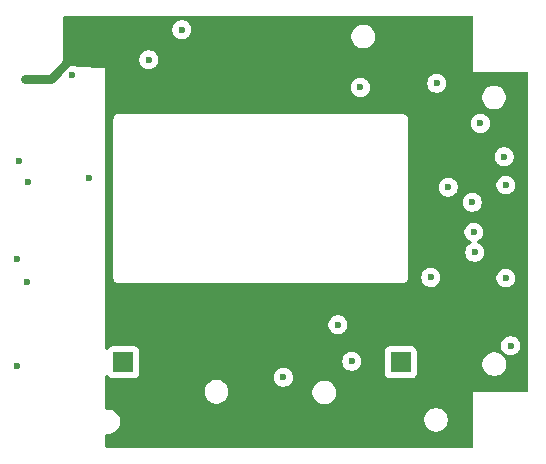
<source format=gbr>
%TF.GenerationSoftware,KiCad,Pcbnew,9.0.6*%
%TF.CreationDate,2025-12-26T20:18:00+00:00*%
%TF.ProjectId,PIDI-BOX-01-FRONTPANEL-1-3TE-A1,50494449-2d42-44f5-982d-30312d46524f,rev?*%
%TF.SameCoordinates,Original*%
%TF.FileFunction,Copper,L2,Inr*%
%TF.FilePolarity,Positive*%
%FSLAX46Y46*%
G04 Gerber Fmt 4.6, Leading zero omitted, Abs format (unit mm)*
G04 Created by KiCad (PCBNEW 9.0.6) date 2025-12-26 20:18:00*
%MOMM*%
%LPD*%
G01*
G04 APERTURE LIST*
%TA.AperFunction,ComponentPad*%
%ADD10R,1.700000X1.700000*%
%TD*%
%TA.AperFunction,ViaPad*%
%ADD11C,0.600000*%
%TD*%
%TA.AperFunction,ViaPad*%
%ADD12C,1.000000*%
%TD*%
%TA.AperFunction,Conductor*%
%ADD13C,0.800000*%
%TD*%
G04 APERTURE END LIST*
D10*
%TO.N,N/C*%
%TO.C,REF\u002A\u002A*%
X95275400Y-79476600D03*
%TD*%
%TO.N,N/C*%
%TO.C,REF\u002A\u002A*%
X118745000Y-79476600D03*
%TD*%
D11*
%TO.N,GND*%
X118575000Y-54800000D03*
D12*
X125225000Y-76100000D03*
X95224600Y-56819800D03*
D11*
X101567600Y-79317458D03*
X107035600Y-79372700D03*
X112344200Y-78155800D03*
X86950000Y-55500000D03*
D12*
X112445800Y-51181000D03*
D11*
%TO.N,BUT3G16*%
X121294600Y-72288400D03*
X87096600Y-72694800D03*
%TO.N,/BUT2*%
X86300000Y-70750000D03*
%TO.N,/BUT1*%
X86400000Y-62450000D03*
%TO.N,BUT2G25*%
X87223600Y-64211200D03*
X124950000Y-68450000D03*
X97409000Y-53863800D03*
X92354400Y-63881000D03*
%TO.N,+3.3V*%
X115341400Y-56201471D03*
X100217000Y-51308000D03*
X124815600Y-65930000D03*
%TO.N,BUT1G08*%
X125012500Y-70162500D03*
X90940100Y-55184900D03*
%TO.N,+5V*%
X125500000Y-59250000D03*
X128050000Y-78075000D03*
%TO.N,G9*%
X127660400Y-64465200D03*
X127660400Y-72339200D03*
%TO.N,Net-(U1-C_TR1)*%
X121800000Y-55850000D03*
X113436400Y-76301600D03*
%TO.N,G10*%
X114598350Y-79393950D03*
X127508000Y-62077600D03*
%TO.N,G17*%
X122783600Y-64643000D03*
X108825000Y-80746600D03*
%TO.N,/BUT3*%
X86225000Y-79800000D03*
%TD*%
D13*
%TO.N,GND*%
X86950000Y-55500000D02*
X89100000Y-55500000D01*
X89100000Y-55500000D02*
X90950000Y-53650000D01*
%TD*%
%TA.AperFunction,Conductor*%
%TO.N,GND*%
G36*
X124843039Y-50170185D02*
G01*
X124888794Y-50222989D01*
X124900000Y-50274500D01*
X124900000Y-54900000D01*
X129425500Y-54900000D01*
X129492539Y-54919685D01*
X129538294Y-54972489D01*
X129549500Y-55024000D01*
X129549500Y-81876000D01*
X129529815Y-81943039D01*
X129477011Y-81988794D01*
X129425500Y-82000000D01*
X124900000Y-82000000D01*
X124877971Y-86626090D01*
X124857967Y-86693035D01*
X124804946Y-86738538D01*
X124753972Y-86749500D01*
X93875400Y-86749500D01*
X93808361Y-86729815D01*
X93762606Y-86677011D01*
X93751400Y-86625500D01*
X93751400Y-85629625D01*
X93771085Y-85562586D01*
X93823889Y-85516831D01*
X93878168Y-85507790D01*
X93878168Y-85505898D01*
X94081342Y-85505898D01*
X94081343Y-85505897D01*
X94274635Y-85467449D01*
X94456714Y-85392030D01*
X94620580Y-85282538D01*
X94759938Y-85143180D01*
X94869430Y-84979314D01*
X94944849Y-84797235D01*
X94983298Y-84603940D01*
X94983298Y-84406860D01*
X94983298Y-84406857D01*
X94956584Y-84272560D01*
X94956584Y-84272559D01*
X94952983Y-84254455D01*
X120741902Y-84254455D01*
X120741902Y-84451544D01*
X120780349Y-84644827D01*
X120780352Y-84644839D01*
X120855766Y-84826907D01*
X120855773Y-84826920D01*
X120965261Y-84990779D01*
X120965264Y-84990783D01*
X121104616Y-85130135D01*
X121104620Y-85130138D01*
X121268479Y-85239626D01*
X121268492Y-85239633D01*
X121450560Y-85315047D01*
X121450565Y-85315049D01*
X121643855Y-85353497D01*
X121643858Y-85353498D01*
X121643860Y-85353498D01*
X121840942Y-85353498D01*
X121840943Y-85353497D01*
X122034235Y-85315049D01*
X122216314Y-85239630D01*
X122380180Y-85130138D01*
X122519538Y-84990780D01*
X122629030Y-84826914D01*
X122704449Y-84644835D01*
X122742898Y-84451540D01*
X122742898Y-84254460D01*
X122742898Y-84254457D01*
X122742897Y-84254455D01*
X122704450Y-84061172D01*
X122704449Y-84061165D01*
X122692153Y-84031479D01*
X122629033Y-83879092D01*
X122629026Y-83879079D01*
X122519538Y-83715220D01*
X122519535Y-83715216D01*
X122380183Y-83575864D01*
X122380179Y-83575861D01*
X122216320Y-83466373D01*
X122216307Y-83466366D01*
X122034239Y-83390952D01*
X122034227Y-83390949D01*
X121840943Y-83352502D01*
X121840940Y-83352502D01*
X121643860Y-83352502D01*
X121643857Y-83352502D01*
X121450572Y-83390949D01*
X121450560Y-83390952D01*
X121268492Y-83466366D01*
X121268479Y-83466373D01*
X121104620Y-83575861D01*
X121104616Y-83575864D01*
X120965264Y-83715216D01*
X120965261Y-83715220D01*
X120855773Y-83879079D01*
X120855766Y-83879092D01*
X120780352Y-84061160D01*
X120780349Y-84061172D01*
X120741902Y-84254455D01*
X94952983Y-84254455D01*
X94944850Y-84213572D01*
X94944849Y-84213565D01*
X94944847Y-84213560D01*
X94869433Y-84031492D01*
X94869426Y-84031479D01*
X94759938Y-83867620D01*
X94759935Y-83867616D01*
X94620583Y-83728264D01*
X94620579Y-83728261D01*
X94456720Y-83618773D01*
X94456707Y-83618766D01*
X94274639Y-83543352D01*
X94274627Y-83543349D01*
X94081343Y-83504902D01*
X94081340Y-83504902D01*
X93884260Y-83504902D01*
X93878168Y-83504902D01*
X93878168Y-83502802D01*
X93818883Y-83491546D01*
X93768184Y-83443469D01*
X93751400Y-83381174D01*
X93751400Y-81866855D01*
X102147702Y-81866855D01*
X102147702Y-82063944D01*
X102186149Y-82257227D01*
X102186152Y-82257239D01*
X102261566Y-82439307D01*
X102261573Y-82439320D01*
X102371061Y-82603179D01*
X102371064Y-82603183D01*
X102510416Y-82742535D01*
X102510420Y-82742538D01*
X102674279Y-82852026D01*
X102674292Y-82852033D01*
X102796936Y-82902833D01*
X102856365Y-82927449D01*
X103049655Y-82965897D01*
X103049658Y-82965898D01*
X103049660Y-82965898D01*
X103246742Y-82965898D01*
X103246743Y-82965897D01*
X103440035Y-82927449D01*
X103622114Y-82852030D01*
X103785980Y-82742538D01*
X103925338Y-82603180D01*
X104034830Y-82439314D01*
X104110249Y-82257235D01*
X104148698Y-82063940D01*
X104148698Y-81917655D01*
X111270302Y-81917655D01*
X111270302Y-82114744D01*
X111308749Y-82308027D01*
X111308752Y-82308039D01*
X111384166Y-82490107D01*
X111384173Y-82490120D01*
X111493661Y-82653979D01*
X111493664Y-82653983D01*
X111633016Y-82793335D01*
X111633020Y-82793338D01*
X111796879Y-82902826D01*
X111796892Y-82902833D01*
X111978960Y-82978247D01*
X111978965Y-82978249D01*
X112172255Y-83016697D01*
X112172258Y-83016698D01*
X112172260Y-83016698D01*
X112369342Y-83016698D01*
X112369343Y-83016697D01*
X112562635Y-82978249D01*
X112744714Y-82902830D01*
X112908580Y-82793338D01*
X113047938Y-82653980D01*
X113157430Y-82490114D01*
X113232849Y-82308035D01*
X113271298Y-82114740D01*
X113271298Y-81917660D01*
X113271298Y-81917657D01*
X113271297Y-81917655D01*
X113261193Y-81866860D01*
X113232849Y-81724365D01*
X113211805Y-81673560D01*
X113157433Y-81542292D01*
X113157426Y-81542279D01*
X113047938Y-81378420D01*
X113047935Y-81378416D01*
X112908583Y-81239064D01*
X112908579Y-81239061D01*
X112744720Y-81129573D01*
X112744707Y-81129566D01*
X112562639Y-81054152D01*
X112562627Y-81054149D01*
X112369343Y-81015702D01*
X112369340Y-81015702D01*
X112172260Y-81015702D01*
X112172257Y-81015702D01*
X111978972Y-81054149D01*
X111978960Y-81054152D01*
X111796892Y-81129566D01*
X111796879Y-81129573D01*
X111633020Y-81239061D01*
X111633016Y-81239064D01*
X111493664Y-81378416D01*
X111493661Y-81378420D01*
X111384173Y-81542279D01*
X111384166Y-81542292D01*
X111308752Y-81724360D01*
X111308749Y-81724372D01*
X111270302Y-81917655D01*
X104148698Y-81917655D01*
X104148698Y-81866860D01*
X104148698Y-81866857D01*
X104148697Y-81866855D01*
X104110250Y-81673572D01*
X104110249Y-81673565D01*
X104057866Y-81547100D01*
X104034833Y-81491492D01*
X104034826Y-81491479D01*
X103925338Y-81327620D01*
X103925335Y-81327616D01*
X103785983Y-81188264D01*
X103785979Y-81188261D01*
X103622120Y-81078773D01*
X103622107Y-81078766D01*
X103440039Y-81003352D01*
X103440027Y-81003349D01*
X103246743Y-80964902D01*
X103246740Y-80964902D01*
X103049660Y-80964902D01*
X103049657Y-80964902D01*
X102856372Y-81003349D01*
X102856360Y-81003352D01*
X102674292Y-81078766D01*
X102674279Y-81078773D01*
X102510420Y-81188261D01*
X102510416Y-81188264D01*
X102371064Y-81327616D01*
X102371061Y-81327620D01*
X102261573Y-81491479D01*
X102261566Y-81491492D01*
X102186152Y-81673560D01*
X102186149Y-81673572D01*
X102147702Y-81866855D01*
X93751400Y-81866855D01*
X93751400Y-80633171D01*
X93771085Y-80566132D01*
X93823889Y-80520377D01*
X93893047Y-80510433D01*
X93956603Y-80539458D01*
X93975254Y-80562604D01*
X93976288Y-80561831D01*
X94067852Y-80684144D01*
X94067855Y-80684147D01*
X94183064Y-80770393D01*
X94183071Y-80770397D01*
X94317917Y-80820691D01*
X94317916Y-80820691D01*
X94324844Y-80821435D01*
X94377527Y-80827100D01*
X96173272Y-80827099D01*
X96232883Y-80820691D01*
X96367731Y-80770396D01*
X96482946Y-80684146D01*
X96495218Y-80667753D01*
X108024500Y-80667753D01*
X108024500Y-80825446D01*
X108055261Y-80980089D01*
X108055264Y-80980101D01*
X108115602Y-81125772D01*
X108115609Y-81125785D01*
X108203210Y-81256888D01*
X108203213Y-81256892D01*
X108314707Y-81368386D01*
X108314711Y-81368389D01*
X108445814Y-81455990D01*
X108445827Y-81455997D01*
X108531521Y-81491492D01*
X108591503Y-81516337D01*
X108721957Y-81542286D01*
X108746153Y-81547099D01*
X108746156Y-81547100D01*
X108746158Y-81547100D01*
X108903844Y-81547100D01*
X108903845Y-81547099D01*
X109058497Y-81516337D01*
X109204179Y-81455994D01*
X109335289Y-81368389D01*
X109446789Y-81256889D01*
X109534394Y-81125779D01*
X109594737Y-80980097D01*
X109625500Y-80825442D01*
X109625500Y-80667758D01*
X109625500Y-80667755D01*
X109625499Y-80667753D01*
X109617094Y-80625497D01*
X109594737Y-80513103D01*
X109562006Y-80434082D01*
X109534397Y-80367427D01*
X109534390Y-80367414D01*
X109446789Y-80236311D01*
X109446786Y-80236307D01*
X109335292Y-80124813D01*
X109335288Y-80124810D01*
X109204185Y-80037209D01*
X109204172Y-80037202D01*
X109058501Y-79976864D01*
X109058489Y-79976861D01*
X108903845Y-79946100D01*
X108903842Y-79946100D01*
X108746158Y-79946100D01*
X108746155Y-79946100D01*
X108591510Y-79976861D01*
X108591498Y-79976864D01*
X108445827Y-80037202D01*
X108445814Y-80037209D01*
X108314711Y-80124810D01*
X108314707Y-80124813D01*
X108203213Y-80236307D01*
X108203210Y-80236311D01*
X108115609Y-80367414D01*
X108115602Y-80367427D01*
X108055264Y-80513098D01*
X108055261Y-80513110D01*
X108024500Y-80667753D01*
X96495218Y-80667753D01*
X96555405Y-80587354D01*
X96555406Y-80587353D01*
X96562126Y-80578374D01*
X96569196Y-80568931D01*
X96619491Y-80434083D01*
X96625900Y-80374473D01*
X96625899Y-79315103D01*
X113797850Y-79315103D01*
X113797850Y-79472796D01*
X113828611Y-79627439D01*
X113828614Y-79627451D01*
X113888952Y-79773122D01*
X113888959Y-79773135D01*
X113976560Y-79904238D01*
X113976563Y-79904242D01*
X114088057Y-80015736D01*
X114088061Y-80015739D01*
X114219164Y-80103340D01*
X114219177Y-80103347D01*
X114364848Y-80163685D01*
X114364853Y-80163687D01*
X114519503Y-80194449D01*
X114519506Y-80194450D01*
X114519508Y-80194450D01*
X114677194Y-80194450D01*
X114677195Y-80194449D01*
X114831847Y-80163687D01*
X114977529Y-80103344D01*
X115108639Y-80015739D01*
X115220139Y-79904239D01*
X115307744Y-79773129D01*
X115368087Y-79627447D01*
X115398850Y-79472792D01*
X115398850Y-79315108D01*
X115398850Y-79315105D01*
X115398849Y-79315103D01*
X115368088Y-79160460D01*
X115368087Y-79160453D01*
X115364204Y-79151079D01*
X115307747Y-79014777D01*
X115307740Y-79014764D01*
X115220139Y-78883661D01*
X115220136Y-78883657D01*
X115108642Y-78772163D01*
X115108638Y-78772160D01*
X114977529Y-78684555D01*
X114831851Y-78624214D01*
X114831839Y-78624211D01*
X114677195Y-78593450D01*
X114677192Y-78593450D01*
X114519508Y-78593450D01*
X114519505Y-78593450D01*
X114364860Y-78624211D01*
X114364848Y-78624214D01*
X114219177Y-78684552D01*
X114219164Y-78684559D01*
X114088061Y-78772160D01*
X114088057Y-78772163D01*
X113976563Y-78883657D01*
X113976560Y-78883661D01*
X113888959Y-79014764D01*
X113888952Y-79014777D01*
X113828614Y-79160448D01*
X113828611Y-79160460D01*
X113797850Y-79315103D01*
X96625899Y-79315103D01*
X96625899Y-78578735D01*
X117394500Y-78578735D01*
X117394500Y-80374470D01*
X117394501Y-80374476D01*
X117400908Y-80434083D01*
X117451202Y-80568928D01*
X117451206Y-80568935D01*
X117537452Y-80684144D01*
X117537455Y-80684147D01*
X117652664Y-80770393D01*
X117652671Y-80770397D01*
X117787517Y-80820691D01*
X117787516Y-80820691D01*
X117794444Y-80821435D01*
X117847127Y-80827100D01*
X119642872Y-80827099D01*
X119702483Y-80820691D01*
X119837331Y-80770396D01*
X119952546Y-80684146D01*
X120038796Y-80568931D01*
X120089091Y-80434083D01*
X120095500Y-80374473D01*
X120095499Y-79526455D01*
X125671902Y-79526455D01*
X125671902Y-79723544D01*
X125710349Y-79916827D01*
X125710352Y-79916839D01*
X125785766Y-80098907D01*
X125785773Y-80098920D01*
X125895261Y-80262779D01*
X125895264Y-80262783D01*
X126034616Y-80402135D01*
X126034620Y-80402138D01*
X126198479Y-80511626D01*
X126198492Y-80511633D01*
X126380560Y-80587047D01*
X126380565Y-80587049D01*
X126573855Y-80625497D01*
X126573858Y-80625498D01*
X126573860Y-80625498D01*
X126770942Y-80625498D01*
X126770943Y-80625497D01*
X126964235Y-80587049D01*
X127146314Y-80511630D01*
X127310180Y-80402138D01*
X127449538Y-80262780D01*
X127559030Y-80098914D01*
X127634449Y-79916835D01*
X127672898Y-79723540D01*
X127672898Y-79526460D01*
X127672898Y-79526457D01*
X127672897Y-79526455D01*
X127671686Y-79520368D01*
X127634449Y-79333165D01*
X127562908Y-79160448D01*
X127559033Y-79151092D01*
X127559026Y-79151079D01*
X127449538Y-78987220D01*
X127449535Y-78987216D01*
X127310183Y-78847864D01*
X127310179Y-78847861D01*
X127146320Y-78738373D01*
X127146307Y-78738366D01*
X126964239Y-78662952D01*
X126964227Y-78662949D01*
X126770943Y-78624502D01*
X126770940Y-78624502D01*
X126573860Y-78624502D01*
X126573857Y-78624502D01*
X126380572Y-78662949D01*
X126380560Y-78662952D01*
X126198492Y-78738366D01*
X126198479Y-78738373D01*
X126034620Y-78847861D01*
X126034616Y-78847864D01*
X125895264Y-78987216D01*
X125895261Y-78987220D01*
X125785773Y-79151079D01*
X125785766Y-79151092D01*
X125710352Y-79333160D01*
X125710349Y-79333172D01*
X125671902Y-79526455D01*
X120095499Y-79526455D01*
X120095499Y-79472796D01*
X120095499Y-78578729D01*
X120095498Y-78578723D01*
X120095497Y-78578716D01*
X120089091Y-78519117D01*
X120060966Y-78443711D01*
X120038797Y-78384271D01*
X120038793Y-78384264D01*
X119952547Y-78269055D01*
X119952544Y-78269052D01*
X119837335Y-78182806D01*
X119837328Y-78182802D01*
X119702482Y-78132508D01*
X119702483Y-78132508D01*
X119642883Y-78126101D01*
X119642881Y-78126100D01*
X119642873Y-78126100D01*
X119642864Y-78126100D01*
X117847129Y-78126100D01*
X117847123Y-78126101D01*
X117787516Y-78132508D01*
X117652671Y-78182802D01*
X117652664Y-78182806D01*
X117537455Y-78269052D01*
X117537452Y-78269055D01*
X117451206Y-78384264D01*
X117451202Y-78384271D01*
X117400908Y-78519117D01*
X117394501Y-78578716D01*
X117394501Y-78578723D01*
X117394500Y-78578735D01*
X96625899Y-78578735D01*
X96625899Y-78578728D01*
X96619491Y-78519117D01*
X96591366Y-78443711D01*
X96569197Y-78384271D01*
X96569193Y-78384264D01*
X96482947Y-78269055D01*
X96482944Y-78269052D01*
X96367735Y-78182806D01*
X96367728Y-78182802D01*
X96232882Y-78132508D01*
X96232883Y-78132508D01*
X96173283Y-78126101D01*
X96173281Y-78126100D01*
X96173273Y-78126100D01*
X96173264Y-78126100D01*
X94377529Y-78126100D01*
X94377523Y-78126101D01*
X94317916Y-78132508D01*
X94183071Y-78182802D01*
X94183064Y-78182806D01*
X94067855Y-78269052D01*
X94067852Y-78269055D01*
X93976288Y-78391369D01*
X93974018Y-78389670D01*
X93934820Y-78428864D01*
X93866546Y-78443711D01*
X93801083Y-78419290D01*
X93759215Y-78363354D01*
X93751400Y-78320028D01*
X93751400Y-77996153D01*
X127249500Y-77996153D01*
X127249500Y-78153846D01*
X127280261Y-78308489D01*
X127280264Y-78308501D01*
X127340602Y-78454172D01*
X127340609Y-78454185D01*
X127428210Y-78585288D01*
X127428213Y-78585292D01*
X127539707Y-78696786D01*
X127539711Y-78696789D01*
X127670814Y-78784390D01*
X127670827Y-78784397D01*
X127816498Y-78844735D01*
X127816503Y-78844737D01*
X127971153Y-78875499D01*
X127971156Y-78875500D01*
X127971158Y-78875500D01*
X128128844Y-78875500D01*
X128128845Y-78875499D01*
X128283497Y-78844737D01*
X128429179Y-78784394D01*
X128560289Y-78696789D01*
X128671789Y-78585289D01*
X128759394Y-78454179D01*
X128819737Y-78308497D01*
X128850500Y-78153842D01*
X128850500Y-77996158D01*
X128850500Y-77996155D01*
X128850499Y-77996153D01*
X128819738Y-77841510D01*
X128819737Y-77841503D01*
X128819735Y-77841498D01*
X128759397Y-77695827D01*
X128759390Y-77695814D01*
X128671789Y-77564711D01*
X128671786Y-77564707D01*
X128560292Y-77453213D01*
X128560288Y-77453210D01*
X128429185Y-77365609D01*
X128429172Y-77365602D01*
X128283501Y-77305264D01*
X128283489Y-77305261D01*
X128128845Y-77274500D01*
X128128842Y-77274500D01*
X127971158Y-77274500D01*
X127971155Y-77274500D01*
X127816510Y-77305261D01*
X127816498Y-77305264D01*
X127670827Y-77365602D01*
X127670814Y-77365609D01*
X127539711Y-77453210D01*
X127539707Y-77453213D01*
X127428213Y-77564707D01*
X127428210Y-77564711D01*
X127340609Y-77695814D01*
X127340602Y-77695827D01*
X127280264Y-77841498D01*
X127280261Y-77841510D01*
X127249500Y-77996153D01*
X93751400Y-77996153D01*
X93751400Y-76222753D01*
X112635900Y-76222753D01*
X112635900Y-76380446D01*
X112666661Y-76535089D01*
X112666664Y-76535101D01*
X112727002Y-76680772D01*
X112727009Y-76680785D01*
X112814610Y-76811888D01*
X112814613Y-76811892D01*
X112926107Y-76923386D01*
X112926111Y-76923389D01*
X113057214Y-77010990D01*
X113057227Y-77010997D01*
X113202898Y-77071335D01*
X113202903Y-77071337D01*
X113357553Y-77102099D01*
X113357556Y-77102100D01*
X113357558Y-77102100D01*
X113515244Y-77102100D01*
X113515245Y-77102099D01*
X113669897Y-77071337D01*
X113815579Y-77010994D01*
X113946689Y-76923389D01*
X114058189Y-76811889D01*
X114145794Y-76680779D01*
X114206137Y-76535097D01*
X114236900Y-76380442D01*
X114236900Y-76222758D01*
X114236900Y-76222755D01*
X114236899Y-76222753D01*
X114206138Y-76068110D01*
X114206137Y-76068103D01*
X114206135Y-76068098D01*
X114145797Y-75922427D01*
X114145790Y-75922414D01*
X114058189Y-75791311D01*
X114058186Y-75791307D01*
X113946692Y-75679813D01*
X113946688Y-75679810D01*
X113815585Y-75592209D01*
X113815572Y-75592202D01*
X113669901Y-75531864D01*
X113669889Y-75531861D01*
X113515245Y-75501100D01*
X113515242Y-75501100D01*
X113357558Y-75501100D01*
X113357555Y-75501100D01*
X113202910Y-75531861D01*
X113202898Y-75531864D01*
X113057227Y-75592202D01*
X113057214Y-75592209D01*
X112926111Y-75679810D01*
X112926107Y-75679813D01*
X112814613Y-75791307D01*
X112814610Y-75791311D01*
X112727009Y-75922414D01*
X112727002Y-75922427D01*
X112666664Y-76068098D01*
X112666661Y-76068110D01*
X112635900Y-76222753D01*
X93751400Y-76222753D01*
X93751400Y-58882908D01*
X94404900Y-58882908D01*
X94404900Y-72328891D01*
X94439008Y-72456187D01*
X94471954Y-72513250D01*
X94504900Y-72570314D01*
X94598086Y-72663500D01*
X94712214Y-72729392D01*
X94839508Y-72763500D01*
X94839510Y-72763500D01*
X118929890Y-72763500D01*
X118929892Y-72763500D01*
X119057186Y-72729392D01*
X119171314Y-72663500D01*
X119264500Y-72570314D01*
X119330392Y-72456186D01*
X119364500Y-72328892D01*
X119364500Y-72209553D01*
X120494100Y-72209553D01*
X120494100Y-72367246D01*
X120524861Y-72521889D01*
X120524864Y-72521901D01*
X120585202Y-72667572D01*
X120585209Y-72667585D01*
X120672810Y-72798688D01*
X120672813Y-72798692D01*
X120784307Y-72910186D01*
X120784311Y-72910189D01*
X120915414Y-72997790D01*
X120915427Y-72997797D01*
X121038054Y-73048590D01*
X121061103Y-73058137D01*
X121215753Y-73088899D01*
X121215756Y-73088900D01*
X121215758Y-73088900D01*
X121373444Y-73088900D01*
X121373445Y-73088899D01*
X121528097Y-73058137D01*
X121673779Y-72997794D01*
X121804889Y-72910189D01*
X121916389Y-72798689D01*
X122003994Y-72667579D01*
X122064337Y-72521897D01*
X122095100Y-72367242D01*
X122095100Y-72260353D01*
X126859900Y-72260353D01*
X126859900Y-72418046D01*
X126890661Y-72572689D01*
X126890664Y-72572701D01*
X126951002Y-72718372D01*
X126951009Y-72718385D01*
X127038610Y-72849488D01*
X127038613Y-72849492D01*
X127150107Y-72960986D01*
X127150111Y-72960989D01*
X127281214Y-73048590D01*
X127281227Y-73048597D01*
X127378529Y-73088900D01*
X127426903Y-73108937D01*
X127581553Y-73139699D01*
X127581556Y-73139700D01*
X127581558Y-73139700D01*
X127739244Y-73139700D01*
X127739245Y-73139699D01*
X127893897Y-73108937D01*
X128039579Y-73048594D01*
X128170689Y-72960989D01*
X128282189Y-72849489D01*
X128369794Y-72718379D01*
X128430137Y-72572697D01*
X128460900Y-72418042D01*
X128460900Y-72260358D01*
X128460900Y-72260355D01*
X128460899Y-72260353D01*
X128450795Y-72209558D01*
X128430137Y-72105703D01*
X128409093Y-72054898D01*
X128369797Y-71960027D01*
X128369790Y-71960014D01*
X128282189Y-71828911D01*
X128282186Y-71828907D01*
X128170692Y-71717413D01*
X128170688Y-71717410D01*
X128039585Y-71629809D01*
X128039572Y-71629802D01*
X127893901Y-71569464D01*
X127893889Y-71569461D01*
X127739245Y-71538700D01*
X127739242Y-71538700D01*
X127581558Y-71538700D01*
X127581555Y-71538700D01*
X127426910Y-71569461D01*
X127426898Y-71569464D01*
X127281227Y-71629802D01*
X127281214Y-71629809D01*
X127150111Y-71717410D01*
X127150107Y-71717413D01*
X127038613Y-71828907D01*
X127038610Y-71828911D01*
X126951009Y-71960014D01*
X126951002Y-71960027D01*
X126890664Y-72105698D01*
X126890661Y-72105710D01*
X126859900Y-72260353D01*
X122095100Y-72260353D01*
X122095100Y-72209558D01*
X122095100Y-72209555D01*
X122095099Y-72209553D01*
X122064338Y-72054910D01*
X122064337Y-72054903D01*
X122064335Y-72054898D01*
X122003997Y-71909227D01*
X122003990Y-71909214D01*
X121916389Y-71778111D01*
X121916386Y-71778107D01*
X121804892Y-71666613D01*
X121804888Y-71666610D01*
X121673785Y-71579009D01*
X121673772Y-71579002D01*
X121528101Y-71518664D01*
X121528089Y-71518661D01*
X121373445Y-71487900D01*
X121373442Y-71487900D01*
X121215758Y-71487900D01*
X121215755Y-71487900D01*
X121061110Y-71518661D01*
X121061098Y-71518664D01*
X120915427Y-71579002D01*
X120915414Y-71579009D01*
X120784311Y-71666610D01*
X120784307Y-71666613D01*
X120672813Y-71778107D01*
X120672810Y-71778111D01*
X120585209Y-71909214D01*
X120585202Y-71909227D01*
X120524864Y-72054898D01*
X120524861Y-72054910D01*
X120494100Y-72209553D01*
X119364500Y-72209553D01*
X119364500Y-68371153D01*
X124149500Y-68371153D01*
X124149500Y-68528846D01*
X124180261Y-68683489D01*
X124180264Y-68683501D01*
X124240602Y-68829172D01*
X124240609Y-68829185D01*
X124328210Y-68960288D01*
X124328213Y-68960292D01*
X124439707Y-69071786D01*
X124439711Y-69071789D01*
X124570814Y-69159390D01*
X124570827Y-69159397D01*
X124680037Y-69204633D01*
X124734441Y-69248474D01*
X124756506Y-69314768D01*
X124739227Y-69382467D01*
X124688090Y-69430078D01*
X124680038Y-69433755D01*
X124633323Y-69453104D01*
X124633314Y-69453109D01*
X124502211Y-69540710D01*
X124502207Y-69540713D01*
X124390713Y-69652207D01*
X124390710Y-69652211D01*
X124303109Y-69783314D01*
X124303102Y-69783327D01*
X124242764Y-69928998D01*
X124242761Y-69929010D01*
X124212000Y-70083653D01*
X124212000Y-70241346D01*
X124242761Y-70395989D01*
X124242764Y-70396001D01*
X124303102Y-70541672D01*
X124303109Y-70541685D01*
X124390710Y-70672788D01*
X124390713Y-70672792D01*
X124502207Y-70784286D01*
X124502211Y-70784289D01*
X124633314Y-70871890D01*
X124633327Y-70871897D01*
X124778998Y-70932235D01*
X124779003Y-70932237D01*
X124933653Y-70962999D01*
X124933656Y-70963000D01*
X124933658Y-70963000D01*
X125091344Y-70963000D01*
X125091345Y-70962999D01*
X125245997Y-70932237D01*
X125391679Y-70871894D01*
X125522789Y-70784289D01*
X125634289Y-70672789D01*
X125721894Y-70541679D01*
X125782237Y-70395997D01*
X125813000Y-70241342D01*
X125813000Y-70083658D01*
X125813000Y-70083655D01*
X125812999Y-70083653D01*
X125782238Y-69929010D01*
X125782237Y-69929003D01*
X125782235Y-69928998D01*
X125721897Y-69783327D01*
X125721890Y-69783314D01*
X125634289Y-69652211D01*
X125634286Y-69652207D01*
X125522792Y-69540713D01*
X125522788Y-69540710D01*
X125391685Y-69453109D01*
X125391675Y-69453104D01*
X125282461Y-69407866D01*
X125228058Y-69364025D01*
X125205993Y-69297731D01*
X125223272Y-69230031D01*
X125274410Y-69182421D01*
X125282444Y-69178752D01*
X125329179Y-69159394D01*
X125460289Y-69071789D01*
X125571789Y-68960289D01*
X125659394Y-68829179D01*
X125719737Y-68683497D01*
X125750500Y-68528842D01*
X125750500Y-68371158D01*
X125750500Y-68371155D01*
X125750499Y-68371153D01*
X125719738Y-68216510D01*
X125719737Y-68216503D01*
X125719735Y-68216498D01*
X125659397Y-68070827D01*
X125659390Y-68070814D01*
X125571789Y-67939711D01*
X125571786Y-67939707D01*
X125460292Y-67828213D01*
X125460288Y-67828210D01*
X125329185Y-67740609D01*
X125329172Y-67740602D01*
X125183501Y-67680264D01*
X125183489Y-67680261D01*
X125028845Y-67649500D01*
X125028842Y-67649500D01*
X124871158Y-67649500D01*
X124871155Y-67649500D01*
X124716510Y-67680261D01*
X124716498Y-67680264D01*
X124570827Y-67740602D01*
X124570814Y-67740609D01*
X124439711Y-67828210D01*
X124439707Y-67828213D01*
X124328213Y-67939707D01*
X124328210Y-67939711D01*
X124240609Y-68070814D01*
X124240602Y-68070827D01*
X124180264Y-68216498D01*
X124180261Y-68216510D01*
X124149500Y-68371153D01*
X119364500Y-68371153D01*
X119364500Y-65851153D01*
X124015100Y-65851153D01*
X124015100Y-66008846D01*
X124045861Y-66163489D01*
X124045864Y-66163501D01*
X124106202Y-66309172D01*
X124106209Y-66309185D01*
X124193810Y-66440288D01*
X124193813Y-66440292D01*
X124305307Y-66551786D01*
X124305311Y-66551789D01*
X124436414Y-66639390D01*
X124436427Y-66639397D01*
X124582098Y-66699735D01*
X124582103Y-66699737D01*
X124736753Y-66730499D01*
X124736756Y-66730500D01*
X124736758Y-66730500D01*
X124894444Y-66730500D01*
X124894445Y-66730499D01*
X125049097Y-66699737D01*
X125194779Y-66639394D01*
X125325889Y-66551789D01*
X125437389Y-66440289D01*
X125524994Y-66309179D01*
X125585337Y-66163497D01*
X125616100Y-66008842D01*
X125616100Y-65851158D01*
X125616100Y-65851155D01*
X125616099Y-65851153D01*
X125585338Y-65696510D01*
X125585337Y-65696503D01*
X125585335Y-65696498D01*
X125524997Y-65550827D01*
X125524990Y-65550814D01*
X125437389Y-65419711D01*
X125437386Y-65419707D01*
X125325892Y-65308213D01*
X125325888Y-65308210D01*
X125194785Y-65220609D01*
X125194772Y-65220602D01*
X125049101Y-65160264D01*
X125049089Y-65160261D01*
X124894445Y-65129500D01*
X124894442Y-65129500D01*
X124736758Y-65129500D01*
X124736755Y-65129500D01*
X124582110Y-65160261D01*
X124582098Y-65160264D01*
X124436427Y-65220602D01*
X124436414Y-65220609D01*
X124305311Y-65308210D01*
X124305307Y-65308213D01*
X124193813Y-65419707D01*
X124193810Y-65419711D01*
X124106209Y-65550814D01*
X124106202Y-65550827D01*
X124045864Y-65696498D01*
X124045861Y-65696510D01*
X124015100Y-65851153D01*
X119364500Y-65851153D01*
X119364500Y-64564153D01*
X121983100Y-64564153D01*
X121983100Y-64721846D01*
X122013861Y-64876489D01*
X122013864Y-64876501D01*
X122074202Y-65022172D01*
X122074209Y-65022185D01*
X122161810Y-65153288D01*
X122161813Y-65153292D01*
X122273307Y-65264786D01*
X122273311Y-65264789D01*
X122404414Y-65352390D01*
X122404427Y-65352397D01*
X122550098Y-65412735D01*
X122550103Y-65412737D01*
X122704753Y-65443499D01*
X122704756Y-65443500D01*
X122704758Y-65443500D01*
X122862444Y-65443500D01*
X122862445Y-65443499D01*
X123017097Y-65412737D01*
X123162779Y-65352394D01*
X123293889Y-65264789D01*
X123405389Y-65153289D01*
X123492994Y-65022179D01*
X123553337Y-64876497D01*
X123584100Y-64721842D01*
X123584100Y-64564158D01*
X123584100Y-64564155D01*
X123584099Y-64564153D01*
X123553339Y-64409512D01*
X123553338Y-64409509D01*
X123553337Y-64409503D01*
X123543748Y-64386353D01*
X126859900Y-64386353D01*
X126859900Y-64544046D01*
X126890661Y-64698689D01*
X126890664Y-64698701D01*
X126951002Y-64844372D01*
X126951009Y-64844385D01*
X127038610Y-64975488D01*
X127038613Y-64975492D01*
X127150107Y-65086986D01*
X127150111Y-65086989D01*
X127281214Y-65174590D01*
X127281227Y-65174597D01*
X127426898Y-65234935D01*
X127426903Y-65234937D01*
X127576963Y-65264786D01*
X127581553Y-65265699D01*
X127581556Y-65265700D01*
X127581558Y-65265700D01*
X127739244Y-65265700D01*
X127739245Y-65265699D01*
X127893897Y-65234937D01*
X128039579Y-65174594D01*
X128170689Y-65086989D01*
X128282189Y-64975489D01*
X128369794Y-64844379D01*
X128430137Y-64698697D01*
X128460900Y-64544042D01*
X128460900Y-64386358D01*
X128460900Y-64386355D01*
X128460899Y-64386353D01*
X128436527Y-64263827D01*
X128430137Y-64231703D01*
X128430135Y-64231698D01*
X128369797Y-64086027D01*
X128369790Y-64086014D01*
X128282189Y-63954911D01*
X128282186Y-63954907D01*
X128170692Y-63843413D01*
X128170688Y-63843410D01*
X128039585Y-63755809D01*
X128039572Y-63755802D01*
X127893901Y-63695464D01*
X127893889Y-63695461D01*
X127739245Y-63664700D01*
X127739242Y-63664700D01*
X127581558Y-63664700D01*
X127581555Y-63664700D01*
X127426910Y-63695461D01*
X127426898Y-63695464D01*
X127281227Y-63755802D01*
X127281214Y-63755809D01*
X127150111Y-63843410D01*
X127150107Y-63843413D01*
X127038613Y-63954907D01*
X127038610Y-63954911D01*
X126951009Y-64086014D01*
X126951002Y-64086027D01*
X126890664Y-64231698D01*
X126890661Y-64231710D01*
X126859900Y-64386353D01*
X123543748Y-64386353D01*
X123492997Y-64263827D01*
X123492990Y-64263814D01*
X123405389Y-64132711D01*
X123405386Y-64132707D01*
X123293892Y-64021213D01*
X123293888Y-64021210D01*
X123162785Y-63933609D01*
X123162772Y-63933602D01*
X123017101Y-63873264D01*
X123017089Y-63873261D01*
X122862445Y-63842500D01*
X122862442Y-63842500D01*
X122704758Y-63842500D01*
X122704755Y-63842500D01*
X122550110Y-63873261D01*
X122550098Y-63873264D01*
X122404427Y-63933602D01*
X122404414Y-63933609D01*
X122273311Y-64021210D01*
X122273307Y-64021213D01*
X122161813Y-64132707D01*
X122161810Y-64132711D01*
X122074209Y-64263814D01*
X122074202Y-64263827D01*
X122013864Y-64409498D01*
X122013861Y-64409510D01*
X121983100Y-64564153D01*
X119364500Y-64564153D01*
X119364500Y-61998753D01*
X126707500Y-61998753D01*
X126707500Y-62156446D01*
X126738261Y-62311089D01*
X126738264Y-62311101D01*
X126798602Y-62456772D01*
X126798609Y-62456785D01*
X126886210Y-62587888D01*
X126886213Y-62587892D01*
X126997707Y-62699386D01*
X126997711Y-62699389D01*
X127128814Y-62786990D01*
X127128827Y-62786997D01*
X127274498Y-62847335D01*
X127274503Y-62847337D01*
X127429153Y-62878099D01*
X127429156Y-62878100D01*
X127429158Y-62878100D01*
X127586844Y-62878100D01*
X127586845Y-62878099D01*
X127741497Y-62847337D01*
X127887179Y-62786994D01*
X128018289Y-62699389D01*
X128129789Y-62587889D01*
X128217394Y-62456779D01*
X128277737Y-62311097D01*
X128308500Y-62156442D01*
X128308500Y-61998758D01*
X128308500Y-61998755D01*
X128308499Y-61998753D01*
X128277738Y-61844110D01*
X128277737Y-61844103D01*
X128277735Y-61844098D01*
X128217397Y-61698427D01*
X128217390Y-61698414D01*
X128129789Y-61567311D01*
X128129786Y-61567307D01*
X128018292Y-61455813D01*
X128018288Y-61455810D01*
X127887185Y-61368209D01*
X127887172Y-61368202D01*
X127741501Y-61307864D01*
X127741489Y-61307861D01*
X127586845Y-61277100D01*
X127586842Y-61277100D01*
X127429158Y-61277100D01*
X127429155Y-61277100D01*
X127274510Y-61307861D01*
X127274498Y-61307864D01*
X127128827Y-61368202D01*
X127128814Y-61368209D01*
X126997711Y-61455810D01*
X126997707Y-61455813D01*
X126886213Y-61567307D01*
X126886210Y-61567311D01*
X126798609Y-61698414D01*
X126798602Y-61698427D01*
X126738264Y-61844098D01*
X126738261Y-61844110D01*
X126707500Y-61998753D01*
X119364500Y-61998753D01*
X119364500Y-59171153D01*
X124699500Y-59171153D01*
X124699500Y-59328846D01*
X124730261Y-59483489D01*
X124730264Y-59483501D01*
X124790602Y-59629172D01*
X124790609Y-59629185D01*
X124878210Y-59760288D01*
X124878213Y-59760292D01*
X124989707Y-59871786D01*
X124989711Y-59871789D01*
X125120814Y-59959390D01*
X125120827Y-59959397D01*
X125266498Y-60019735D01*
X125266503Y-60019737D01*
X125421153Y-60050499D01*
X125421156Y-60050500D01*
X125421158Y-60050500D01*
X125578844Y-60050500D01*
X125578845Y-60050499D01*
X125733497Y-60019737D01*
X125879179Y-59959394D01*
X126010289Y-59871789D01*
X126121789Y-59760289D01*
X126209394Y-59629179D01*
X126269737Y-59483497D01*
X126300500Y-59328842D01*
X126300500Y-59171158D01*
X126300500Y-59171155D01*
X126300499Y-59171153D01*
X126269738Y-59016510D01*
X126269737Y-59016503D01*
X126269735Y-59016498D01*
X126209397Y-58870827D01*
X126209390Y-58870814D01*
X126121789Y-58739711D01*
X126121786Y-58739707D01*
X126010292Y-58628213D01*
X126010288Y-58628210D01*
X125879185Y-58540609D01*
X125879172Y-58540602D01*
X125733501Y-58480264D01*
X125733489Y-58480261D01*
X125578845Y-58449500D01*
X125578842Y-58449500D01*
X125421158Y-58449500D01*
X125421155Y-58449500D01*
X125266510Y-58480261D01*
X125266498Y-58480264D01*
X125120827Y-58540602D01*
X125120814Y-58540609D01*
X124989711Y-58628210D01*
X124989707Y-58628213D01*
X124878213Y-58739707D01*
X124878210Y-58739711D01*
X124790609Y-58870814D01*
X124790602Y-58870827D01*
X124730264Y-59016498D01*
X124730261Y-59016510D01*
X124699500Y-59171153D01*
X119364500Y-59171153D01*
X119364500Y-58882908D01*
X119330392Y-58755614D01*
X119264500Y-58641486D01*
X119171314Y-58548300D01*
X119114250Y-58515354D01*
X119057187Y-58482408D01*
X118993539Y-58465354D01*
X118929892Y-58448300D01*
X94971292Y-58448300D01*
X94839508Y-58448300D01*
X94712212Y-58482408D01*
X94598086Y-58548300D01*
X94598083Y-58548302D01*
X94504902Y-58641483D01*
X94504900Y-58641486D01*
X94439008Y-58755612D01*
X94404900Y-58882908D01*
X93751400Y-58882908D01*
X93751400Y-56122624D01*
X114540900Y-56122624D01*
X114540900Y-56280317D01*
X114571661Y-56434960D01*
X114571664Y-56434972D01*
X114632002Y-56580643D01*
X114632009Y-56580656D01*
X114719610Y-56711759D01*
X114719613Y-56711763D01*
X114831107Y-56823257D01*
X114831111Y-56823260D01*
X114962214Y-56910861D01*
X114962227Y-56910868D01*
X115107898Y-56971206D01*
X115107903Y-56971208D01*
X115262553Y-57001970D01*
X115262556Y-57001971D01*
X115262558Y-57001971D01*
X115420244Y-57001971D01*
X115420245Y-57001970D01*
X115574897Y-56971208D01*
X115622585Y-56951455D01*
X125649502Y-56951455D01*
X125649502Y-57148544D01*
X125687949Y-57341827D01*
X125687952Y-57341839D01*
X125763366Y-57523907D01*
X125763373Y-57523920D01*
X125872861Y-57687779D01*
X125872864Y-57687783D01*
X126012216Y-57827135D01*
X126012220Y-57827138D01*
X126176079Y-57936626D01*
X126176092Y-57936633D01*
X126358160Y-58012047D01*
X126358165Y-58012049D01*
X126551455Y-58050497D01*
X126551458Y-58050498D01*
X126551460Y-58050498D01*
X126748542Y-58050498D01*
X126748543Y-58050497D01*
X126941835Y-58012049D01*
X127123914Y-57936630D01*
X127287780Y-57827138D01*
X127427138Y-57687780D01*
X127536630Y-57523914D01*
X127612049Y-57341835D01*
X127650498Y-57148540D01*
X127650498Y-56951460D01*
X127650498Y-56951457D01*
X127650497Y-56951455D01*
X127624997Y-56823260D01*
X127612049Y-56758165D01*
X127567453Y-56650499D01*
X127536633Y-56576092D01*
X127536626Y-56576079D01*
X127427138Y-56412220D01*
X127427135Y-56412216D01*
X127287783Y-56272864D01*
X127287779Y-56272861D01*
X127123920Y-56163373D01*
X127123907Y-56163366D01*
X126941839Y-56087952D01*
X126941827Y-56087949D01*
X126748543Y-56049502D01*
X126748540Y-56049502D01*
X126551460Y-56049502D01*
X126551457Y-56049502D01*
X126358172Y-56087949D01*
X126358160Y-56087952D01*
X126176092Y-56163366D01*
X126176079Y-56163373D01*
X126012220Y-56272861D01*
X126012216Y-56272864D01*
X125872864Y-56412216D01*
X125872861Y-56412220D01*
X125763373Y-56576079D01*
X125763366Y-56576092D01*
X125687952Y-56758160D01*
X125687949Y-56758172D01*
X125649502Y-56951455D01*
X115622585Y-56951455D01*
X115720579Y-56910865D01*
X115851689Y-56823260D01*
X115963189Y-56711760D01*
X116050794Y-56580650D01*
X116052685Y-56576086D01*
X116095885Y-56471789D01*
X116111137Y-56434968D01*
X116141900Y-56280313D01*
X116141900Y-56122629D01*
X116141900Y-56122626D01*
X116141899Y-56122624D01*
X116134116Y-56083497D01*
X116111137Y-55967974D01*
X116050794Y-55822292D01*
X116050789Y-55822285D01*
X116016624Y-55771153D01*
X120999500Y-55771153D01*
X120999500Y-55928846D01*
X121030261Y-56083489D01*
X121030264Y-56083501D01*
X121090602Y-56229172D01*
X121090609Y-56229185D01*
X121178210Y-56360288D01*
X121178213Y-56360292D01*
X121289707Y-56471786D01*
X121289711Y-56471789D01*
X121420814Y-56559390D01*
X121420827Y-56559397D01*
X121472152Y-56580656D01*
X121566503Y-56619737D01*
X121721153Y-56650499D01*
X121721156Y-56650500D01*
X121721158Y-56650500D01*
X121878844Y-56650500D01*
X121878845Y-56650499D01*
X122033497Y-56619737D01*
X122179179Y-56559394D01*
X122310289Y-56471789D01*
X122421789Y-56360289D01*
X122509394Y-56229179D01*
X122569737Y-56083497D01*
X122600500Y-55928842D01*
X122600500Y-55771158D01*
X122600500Y-55771155D01*
X122600499Y-55771153D01*
X122585389Y-55695189D01*
X122569737Y-55616503D01*
X122554486Y-55579684D01*
X122509397Y-55470827D01*
X122509390Y-55470814D01*
X122421789Y-55339711D01*
X122421786Y-55339707D01*
X122310292Y-55228213D01*
X122310288Y-55228210D01*
X122179185Y-55140609D01*
X122179172Y-55140602D01*
X122033501Y-55080264D01*
X122033489Y-55080261D01*
X121878845Y-55049500D01*
X121878842Y-55049500D01*
X121721158Y-55049500D01*
X121721155Y-55049500D01*
X121566510Y-55080261D01*
X121566498Y-55080264D01*
X121420827Y-55140602D01*
X121420814Y-55140609D01*
X121289711Y-55228210D01*
X121289707Y-55228213D01*
X121178213Y-55339707D01*
X121178210Y-55339711D01*
X121090609Y-55470814D01*
X121090602Y-55470827D01*
X121030264Y-55616498D01*
X121030261Y-55616510D01*
X120999500Y-55771153D01*
X116016624Y-55771153D01*
X115963189Y-55691182D01*
X115963186Y-55691178D01*
X115851692Y-55579684D01*
X115851688Y-55579681D01*
X115720585Y-55492080D01*
X115720572Y-55492073D01*
X115574901Y-55431735D01*
X115574889Y-55431732D01*
X115420245Y-55400971D01*
X115420242Y-55400971D01*
X115262558Y-55400971D01*
X115262555Y-55400971D01*
X115107910Y-55431732D01*
X115107898Y-55431735D01*
X114962227Y-55492073D01*
X114962214Y-55492080D01*
X114831111Y-55579681D01*
X114831107Y-55579684D01*
X114719613Y-55691178D01*
X114719610Y-55691182D01*
X114632009Y-55822285D01*
X114632002Y-55822298D01*
X114571664Y-55967969D01*
X114571661Y-55967981D01*
X114540900Y-56122624D01*
X93751400Y-56122624D01*
X93751400Y-54533800D01*
X93751398Y-54533799D01*
X91409610Y-54511511D01*
X91342761Y-54491190D01*
X91341901Y-54490620D01*
X91319288Y-54475511D01*
X91319272Y-54475502D01*
X91173601Y-54415164D01*
X91173589Y-54415161D01*
X91018945Y-54384400D01*
X91018942Y-54384400D01*
X90861258Y-54384400D01*
X90861255Y-54384400D01*
X90706610Y-54415161D01*
X90706598Y-54415164D01*
X90560923Y-54475504D01*
X90560915Y-54475509D01*
X90551512Y-54481791D01*
X90532922Y-54487609D01*
X90516433Y-54497987D01*
X90487288Y-54501894D01*
X90484833Y-54502663D01*
X90481451Y-54502677D01*
X90322820Y-54501168D01*
X90255971Y-54480847D01*
X90210721Y-54427610D01*
X90200000Y-54377174D01*
X90200000Y-53784953D01*
X96608500Y-53784953D01*
X96608500Y-53942646D01*
X96639261Y-54097289D01*
X96639264Y-54097301D01*
X96699602Y-54242972D01*
X96699609Y-54242985D01*
X96787210Y-54374088D01*
X96787213Y-54374092D01*
X96898707Y-54485586D01*
X96898711Y-54485589D01*
X97029814Y-54573190D01*
X97029827Y-54573197D01*
X97175498Y-54633535D01*
X97175503Y-54633537D01*
X97330153Y-54664299D01*
X97330156Y-54664300D01*
X97330158Y-54664300D01*
X97487844Y-54664300D01*
X97487845Y-54664299D01*
X97642497Y-54633537D01*
X97788179Y-54573194D01*
X97919289Y-54485589D01*
X98030789Y-54374089D01*
X98118394Y-54242979D01*
X98178737Y-54097297D01*
X98209500Y-53942642D01*
X98209500Y-53784958D01*
X98209500Y-53784955D01*
X98209499Y-53784953D01*
X98178738Y-53630310D01*
X98178737Y-53630303D01*
X98178735Y-53630298D01*
X98118397Y-53484627D01*
X98118390Y-53484614D01*
X98030789Y-53353511D01*
X98030786Y-53353507D01*
X97919292Y-53242013D01*
X97919288Y-53242010D01*
X97788185Y-53154409D01*
X97788172Y-53154402D01*
X97642501Y-53094064D01*
X97642489Y-53094061D01*
X97487845Y-53063300D01*
X97487842Y-53063300D01*
X97330158Y-53063300D01*
X97330155Y-53063300D01*
X97175510Y-53094061D01*
X97175498Y-53094064D01*
X97029827Y-53154402D01*
X97029814Y-53154409D01*
X96898711Y-53242010D01*
X96898707Y-53242013D01*
X96787213Y-53353507D01*
X96787210Y-53353511D01*
X96699609Y-53484614D01*
X96699602Y-53484627D01*
X96639264Y-53630298D01*
X96639261Y-53630310D01*
X96608500Y-53784953D01*
X90200000Y-53784953D01*
X90200000Y-51229153D01*
X99416500Y-51229153D01*
X99416500Y-51386846D01*
X99447261Y-51541489D01*
X99447264Y-51541501D01*
X99507602Y-51687172D01*
X99507609Y-51687185D01*
X99595210Y-51818288D01*
X99595213Y-51818292D01*
X99706707Y-51929786D01*
X99706711Y-51929789D01*
X99837814Y-52017390D01*
X99837827Y-52017397D01*
X99983498Y-52077735D01*
X99983503Y-52077737D01*
X100138153Y-52108499D01*
X100138156Y-52108500D01*
X100138158Y-52108500D01*
X100295844Y-52108500D01*
X100295845Y-52108499D01*
X100450497Y-52077737D01*
X100596179Y-52017394D01*
X100727289Y-51929789D01*
X100838789Y-51818289D01*
X100850037Y-51801455D01*
X114574502Y-51801455D01*
X114574502Y-51998544D01*
X114612949Y-52191827D01*
X114612952Y-52191839D01*
X114688366Y-52373907D01*
X114688373Y-52373920D01*
X114797861Y-52537779D01*
X114797864Y-52537783D01*
X114937216Y-52677135D01*
X114937220Y-52677138D01*
X115101079Y-52786626D01*
X115101092Y-52786633D01*
X115261304Y-52852994D01*
X115283165Y-52862049D01*
X115476455Y-52900497D01*
X115476458Y-52900498D01*
X115476460Y-52900498D01*
X115673542Y-52900498D01*
X115673543Y-52900497D01*
X115866835Y-52862049D01*
X116048914Y-52786630D01*
X116212780Y-52677138D01*
X116352138Y-52537780D01*
X116461630Y-52373914D01*
X116537049Y-52191835D01*
X116575498Y-51998540D01*
X116575498Y-51801460D01*
X116575498Y-51801457D01*
X116575497Y-51801455D01*
X116552766Y-51687179D01*
X116537049Y-51608165D01*
X116509436Y-51541501D01*
X116461633Y-51426092D01*
X116461626Y-51426079D01*
X116352138Y-51262220D01*
X116352135Y-51262216D01*
X116212783Y-51122864D01*
X116212779Y-51122861D01*
X116048920Y-51013373D01*
X116048907Y-51013366D01*
X115866839Y-50937952D01*
X115866827Y-50937949D01*
X115673543Y-50899502D01*
X115673540Y-50899502D01*
X115476460Y-50899502D01*
X115476457Y-50899502D01*
X115283172Y-50937949D01*
X115283160Y-50937952D01*
X115101092Y-51013366D01*
X115101079Y-51013373D01*
X114937220Y-51122861D01*
X114937216Y-51122864D01*
X114797864Y-51262216D01*
X114797861Y-51262220D01*
X114688373Y-51426079D01*
X114688366Y-51426092D01*
X114612952Y-51608160D01*
X114612949Y-51608172D01*
X114574502Y-51801455D01*
X100850037Y-51801455D01*
X100926394Y-51687179D01*
X100986737Y-51541497D01*
X101017500Y-51386842D01*
X101017500Y-51229158D01*
X101017500Y-51229155D01*
X101017499Y-51229153D01*
X100997344Y-51127829D01*
X100986737Y-51074503D01*
X100986735Y-51074498D01*
X100926397Y-50928827D01*
X100926390Y-50928814D01*
X100838789Y-50797711D01*
X100838786Y-50797707D01*
X100727292Y-50686213D01*
X100727288Y-50686210D01*
X100596185Y-50598609D01*
X100596172Y-50598602D01*
X100450501Y-50538264D01*
X100450489Y-50538261D01*
X100295845Y-50507500D01*
X100295842Y-50507500D01*
X100138158Y-50507500D01*
X100138155Y-50507500D01*
X99983510Y-50538261D01*
X99983498Y-50538264D01*
X99837827Y-50598602D01*
X99837814Y-50598609D01*
X99706711Y-50686210D01*
X99706707Y-50686213D01*
X99595213Y-50797707D01*
X99595210Y-50797711D01*
X99507609Y-50928814D01*
X99507602Y-50928827D01*
X99447264Y-51074498D01*
X99447261Y-51074510D01*
X99416500Y-51229153D01*
X90200000Y-51229153D01*
X90200000Y-50274500D01*
X90219685Y-50207461D01*
X90272489Y-50161706D01*
X90324000Y-50150500D01*
X124776000Y-50150500D01*
X124843039Y-50170185D01*
G37*
%TD.AperFunction*%
%TD*%
M02*

</source>
